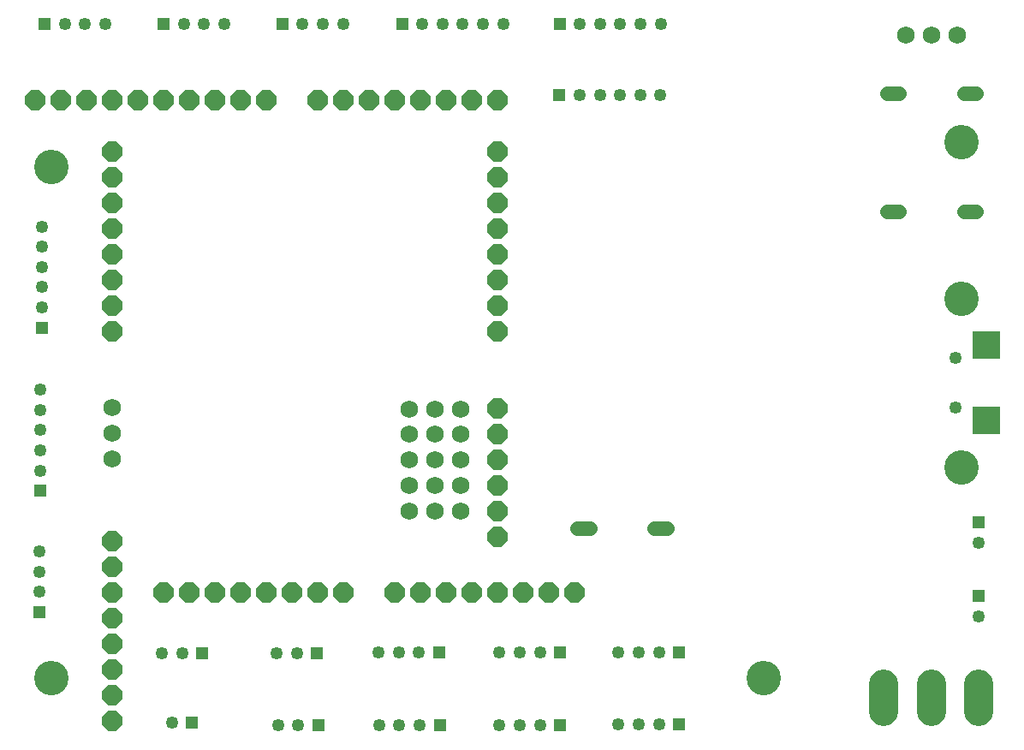
<source format=gbs>
G04 EAGLE Gerber RS-274X export*
G75*
%MOMM*%
%FSLAX34Y34*%
%LPD*%
%INBottom Soldermask*%
%IPPOS*%
%AMOC8*
5,1,8,0,0,1.08239X$1,22.5*%
G01*
%ADD10C,3.403200*%
%ADD11R,1.253200X1.253200*%
%ADD12C,1.253200*%
%ADD13C,1.727200*%
%ADD14P,2.144431X8X292.500000*%
%ADD15P,2.144431X8X112.500000*%
%ADD16P,2.144431X8X22.500000*%
%ADD17P,2.144431X8X202.500000*%
%ADD18C,1.422400*%
%ADD19R,2.743200X2.743200*%
%ADD20C,2.908300*%


D10*
X50000Y75000D03*
X950000Y450000D03*
X950000Y283000D03*
X754000Y75000D03*
X50000Y580000D03*
X950000Y605000D03*
D11*
X670700Y100300D03*
D12*
X650700Y100300D03*
X630700Y100300D03*
X610700Y100300D03*
D11*
X670700Y29100D03*
D12*
X650700Y29100D03*
X630700Y29100D03*
X610700Y29100D03*
D11*
X433400Y99900D03*
D12*
X413400Y99900D03*
X393400Y99900D03*
X373400Y99900D03*
D11*
X552400Y721500D03*
D12*
X572400Y721500D03*
X592400Y721500D03*
X612400Y721500D03*
X632400Y721500D03*
X652400Y721500D03*
D11*
X552200Y651500D03*
D12*
X572200Y651500D03*
X592200Y651500D03*
X612200Y651500D03*
X632200Y651500D03*
X652200Y651500D03*
D11*
X433900Y28500D03*
D12*
X413900Y28500D03*
X393900Y28500D03*
X373900Y28500D03*
D11*
X40200Y421400D03*
D12*
X40200Y441400D03*
X40200Y461400D03*
X40200Y481400D03*
X40200Y501400D03*
X40200Y521400D03*
D13*
X454400Y240000D03*
X429000Y240000D03*
X403600Y240000D03*
X454400Y265000D03*
X429000Y265000D03*
X403600Y265000D03*
X403600Y291000D03*
X429000Y291000D03*
X454400Y291000D03*
X403600Y316000D03*
X429000Y316000D03*
X454400Y316000D03*
D11*
X553000Y28500D03*
D12*
X533000Y28500D03*
X513000Y28500D03*
X493000Y28500D03*
D11*
X553000Y100500D03*
D12*
X533000Y100500D03*
X513000Y100500D03*
X493000Y100500D03*
D11*
X314000Y28500D03*
D12*
X294000Y28500D03*
X274000Y28500D03*
D11*
X199000Y99500D03*
D12*
X179000Y99500D03*
X159000Y99500D03*
D11*
X312700Y99500D03*
D12*
X292700Y99500D03*
X272700Y99500D03*
D11*
X966500Y229000D03*
D12*
X966500Y209000D03*
D13*
X403600Y341000D03*
X429000Y341000D03*
X454400Y341000D03*
D11*
X43100Y721300D03*
D12*
X63100Y721300D03*
X83100Y721300D03*
X103100Y721300D03*
D14*
X338800Y159800D03*
X313400Y159800D03*
X288000Y159800D03*
X262600Y159800D03*
X237200Y159800D03*
X211800Y159800D03*
X186400Y159800D03*
X161000Y159800D03*
D11*
X278300Y721500D03*
D12*
X298300Y721500D03*
X318300Y721500D03*
X338300Y721500D03*
D11*
X160800Y721500D03*
D12*
X180800Y721500D03*
X200800Y721500D03*
X220800Y721500D03*
D11*
X38200Y140000D03*
D12*
X38200Y160000D03*
X38200Y180000D03*
X38200Y200000D03*
D15*
X312900Y646000D03*
X338300Y646000D03*
X363700Y646000D03*
X389100Y646000D03*
X414500Y646000D03*
X439900Y646000D03*
X465300Y646000D03*
X490700Y646000D03*
D16*
X110200Y595200D03*
X110200Y569800D03*
X110200Y544400D03*
X110200Y519000D03*
X110200Y493600D03*
X110200Y468200D03*
X110200Y442800D03*
X110200Y417400D03*
X110200Y209900D03*
X110200Y184500D03*
X110200Y159100D03*
X110200Y133700D03*
X110200Y108300D03*
X110200Y82900D03*
X110200Y57500D03*
X110200Y32100D03*
D13*
X110200Y342400D03*
X110200Y317000D03*
X110200Y291600D03*
D15*
X389600Y159800D03*
X415000Y159800D03*
X440400Y159800D03*
X465800Y159800D03*
X491200Y159800D03*
X516600Y159800D03*
X542000Y159800D03*
X567400Y159800D03*
D17*
X490800Y417400D03*
X490800Y442800D03*
X490800Y468200D03*
X490800Y493600D03*
X490800Y519000D03*
X490800Y544400D03*
X490800Y569800D03*
X490800Y595200D03*
D14*
X262500Y646000D03*
X237100Y646000D03*
X211700Y646000D03*
X186300Y646000D03*
X160900Y646000D03*
X135500Y646000D03*
X110100Y646000D03*
X84700Y646000D03*
X59300Y646000D03*
X33900Y646000D03*
D11*
X39200Y260000D03*
D12*
X39200Y280000D03*
X39200Y300000D03*
X39200Y320000D03*
X39200Y340000D03*
X39200Y360000D03*
D16*
X490800Y341300D03*
X490800Y315900D03*
X490800Y290500D03*
X490800Y265100D03*
X490800Y239700D03*
X490800Y214300D03*
D18*
X569804Y223000D02*
X581996Y223000D01*
X646004Y223000D02*
X658196Y223000D01*
D19*
X974000Y329750D03*
X974000Y404250D03*
D12*
X943700Y342750D03*
X943700Y391250D03*
D11*
X396600Y721500D03*
D12*
X416600Y721500D03*
X436600Y721500D03*
X456600Y721500D03*
X476600Y721500D03*
X496600Y721500D03*
D11*
X189000Y30500D03*
D12*
X169000Y30500D03*
D11*
X966500Y156000D03*
D12*
X966500Y136000D03*
D18*
X887996Y653000D02*
X875804Y653000D01*
X952004Y653000D02*
X964196Y653000D01*
D20*
X873010Y68526D02*
X873010Y41475D01*
X920000Y41475D02*
X920000Y68526D01*
X966990Y68526D02*
X966990Y41475D01*
D18*
X887996Y536000D02*
X875804Y536000D01*
X952004Y536000D02*
X964196Y536000D01*
D13*
X894600Y711000D03*
X920000Y711000D03*
X945400Y711000D03*
M02*

</source>
